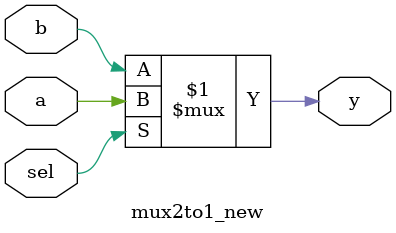
<source format=v>
`timescale 1ns / 1ps

module mux2to1_new (
    input wire a, b, sel,
    output wire y
);

    assign y = sel ? a : b;

endmodule

</source>
